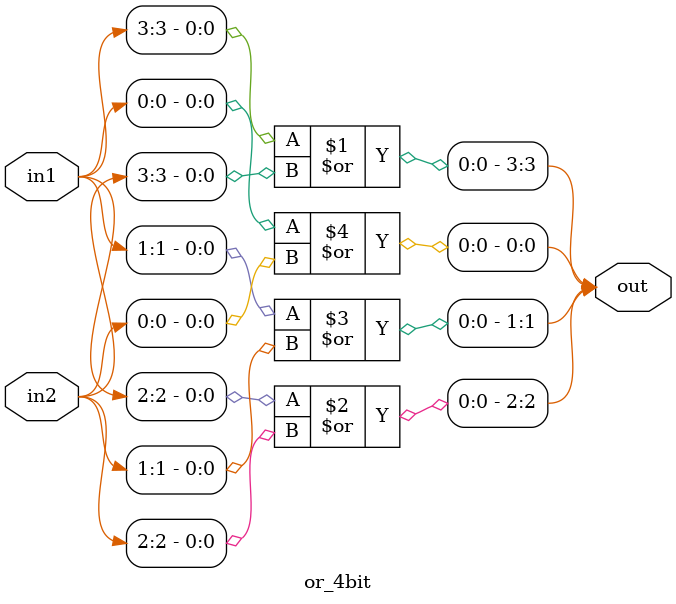
<source format=v>
module or_4bit(out,in1,in2);
input [3:0] in1, in2;
output [3:0] out;

or t1(out[3], in1[3], in2[3]);
or t2(out[2], in1[2], in2[2]);
or t3(out[1], in1[1], in2[1]);
or t4(out[0], in1[0], in2[0]);
	 
endmodule
</source>
